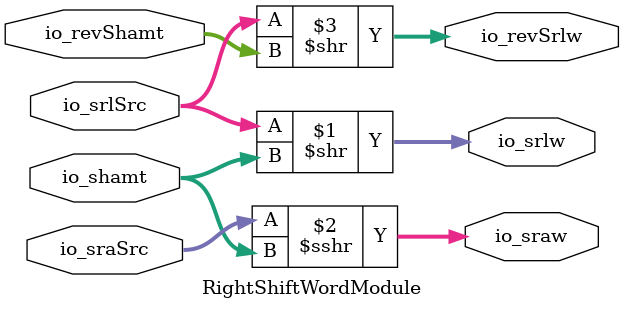
<source format=v>
module RightShiftWordModule(
  input  [4:0]  io_shamt,
  input  [4:0]  io_revShamt,
  input  [31:0] io_srlSrc,
  input  [31:0] io_sraSrc,
  output [31:0] io_srlw,
  output [31:0] io_sraw,
  output [31:0] io_revSrlw
);
  assign io_srlw = io_srlSrc >> io_shamt; // @[Alu.scala 92:24]
  assign io_sraw = $signed(io_sraSrc) >>> io_shamt; // @[Alu.scala 93:53]
  assign io_revSrlw = io_srlSrc >> io_revShamt; // @[Alu.scala 94:27]
endmodule

</source>
